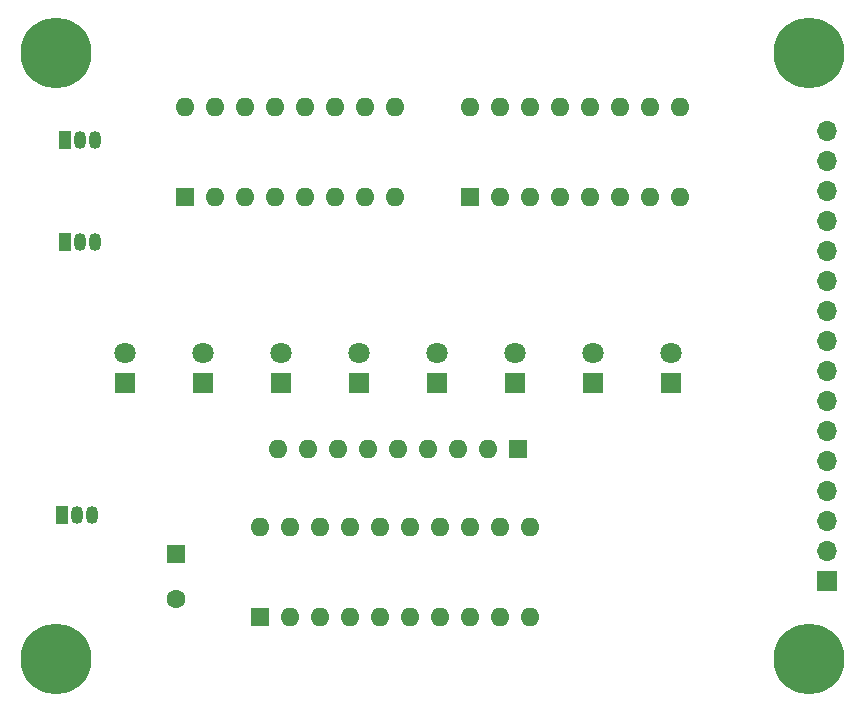
<source format=gbr>
%TF.GenerationSoftware,KiCad,Pcbnew,(5.1.10-1-10_14)*%
%TF.CreationDate,2021-08-01T09:05:42-04:00*%
%TF.ProjectId,COUNTER,434f554e-5445-4522-9e6b-696361645f70,rev?*%
%TF.SameCoordinates,Original*%
%TF.FileFunction,Soldermask,Bot*%
%TF.FilePolarity,Negative*%
%FSLAX46Y46*%
G04 Gerber Fmt 4.6, Leading zero omitted, Abs format (unit mm)*
G04 Created by KiCad (PCBNEW (5.1.10-1-10_14)) date 2021-08-01 09:05:42*
%MOMM*%
%LPD*%
G01*
G04 APERTURE LIST*
%ADD10R,1.700000X1.700000*%
%ADD11O,1.700000X1.700000*%
%ADD12C,1.600000*%
%ADD13R,1.600000X1.600000*%
%ADD14R,1.050000X1.500000*%
%ADD15O,1.050000X1.500000*%
%ADD16O,1.600000X1.600000*%
%ADD17C,1.800000*%
%ADD18R,1.800000X1.800000*%
%ADD19C,0.800000*%
%ADD20C,6.000000*%
G04 APERTURE END LIST*
D10*
%TO.C,J22*%
X148145500Y-74104500D03*
D11*
X148145500Y-71564500D03*
X148145500Y-69024500D03*
X148145500Y-66484500D03*
X148145500Y-63944500D03*
X148145500Y-61404500D03*
X148145500Y-58864500D03*
X148145500Y-56324500D03*
X148145500Y-53784500D03*
X148145500Y-51244500D03*
X148145500Y-48704500D03*
X148145500Y-46164500D03*
X148145500Y-43624500D03*
X148145500Y-41084500D03*
X148145500Y-38544500D03*
X148145500Y-36004500D03*
%TD*%
D12*
%TO.C,C10*%
X93027500Y-75618500D03*
D13*
X93027500Y-71818500D03*
%TD*%
D14*
%TO.C,Q3*%
X83629500Y-45402500D03*
D15*
X86169500Y-45402500D03*
X84899500Y-45402500D03*
%TD*%
D14*
%TO.C,Q2*%
X83375500Y-68516500D03*
D15*
X85915500Y-68516500D03*
X84645500Y-68516500D03*
%TD*%
D14*
%TO.C,Q1*%
X83629500Y-36766500D03*
D15*
X86169500Y-36766500D03*
X84899500Y-36766500D03*
%TD*%
D16*
%TO.C,RN1*%
X101663500Y-62928500D03*
X104203500Y-62928500D03*
X106743500Y-62928500D03*
X109283500Y-62928500D03*
X111823500Y-62928500D03*
X114363500Y-62928500D03*
X116903500Y-62928500D03*
X119443500Y-62928500D03*
D13*
X121983500Y-62928500D03*
%TD*%
D17*
%TO.C,D8*%
X134937500Y-54800500D03*
D18*
X134937500Y-57340500D03*
%TD*%
D17*
%TO.C,D7*%
X128333500Y-54800500D03*
D18*
X128333500Y-57340500D03*
%TD*%
D17*
%TO.C,D6*%
X121729500Y-54800500D03*
D18*
X121729500Y-57340500D03*
%TD*%
D17*
%TO.C,D5*%
X115125500Y-54800500D03*
D18*
X115125500Y-57340500D03*
%TD*%
D17*
%TO.C,D4*%
X108521500Y-54800500D03*
D18*
X108521500Y-57340500D03*
%TD*%
D17*
%TO.C,D3*%
X101917500Y-54800500D03*
D18*
X101917500Y-57340500D03*
%TD*%
D17*
%TO.C,D2*%
X95313500Y-54800500D03*
D18*
X95313500Y-57340500D03*
%TD*%
D17*
%TO.C,D1*%
X88709500Y-54800500D03*
D18*
X88709500Y-57340500D03*
%TD*%
D19*
%TO.C,REF\u002A\u002A*%
X84458490Y-79117510D03*
X82867500Y-78458500D03*
X81276510Y-79117510D03*
X80617500Y-80708500D03*
X81276510Y-82299490D03*
X82867500Y-82958500D03*
X84458490Y-82299490D03*
X85117500Y-80708500D03*
D20*
X82867500Y-80708500D03*
%TD*%
%TO.C,REF\u002A\u002A*%
X82867500Y-29400500D03*
D19*
X85117500Y-29400500D03*
X84458490Y-30991490D03*
X82867500Y-31650500D03*
X81276510Y-30991490D03*
X80617500Y-29400500D03*
X81276510Y-27809510D03*
X82867500Y-27150500D03*
X84458490Y-27809510D03*
%TD*%
D20*
%TO.C,REF\u002A\u002A*%
X146621500Y-80708500D03*
D19*
X148871500Y-80708500D03*
X148212490Y-82299490D03*
X146621500Y-82958500D03*
X145030510Y-82299490D03*
X144371500Y-80708500D03*
X145030510Y-79117510D03*
X146621500Y-78458500D03*
X148212490Y-79117510D03*
%TD*%
%TO.C,REF\u002A\u002A*%
X148212490Y-27809510D03*
X146621500Y-27150500D03*
X145030510Y-27809510D03*
X144371500Y-29400500D03*
X145030510Y-30991490D03*
X146621500Y-31650500D03*
X148212490Y-30991490D03*
X148871500Y-29400500D03*
D20*
X146621500Y-29400500D03*
%TD*%
D16*
%TO.C,U14*%
X93789500Y-33972500D03*
X111569500Y-41592500D03*
X96329500Y-33972500D03*
X109029500Y-41592500D03*
X98869500Y-33972500D03*
X106489500Y-41592500D03*
X101409500Y-33972500D03*
X103949500Y-41592500D03*
X103949500Y-33972500D03*
X101409500Y-41592500D03*
X106489500Y-33972500D03*
X98869500Y-41592500D03*
X109029500Y-33972500D03*
X96329500Y-41592500D03*
X111569500Y-33972500D03*
D13*
X93789500Y-41592500D03*
%TD*%
D16*
%TO.C,U47*%
X100139500Y-69532500D03*
X122999500Y-77152500D03*
X102679500Y-69532500D03*
X120459500Y-77152500D03*
X105219500Y-69532500D03*
X117919500Y-77152500D03*
X107759500Y-69532500D03*
X115379500Y-77152500D03*
X110299500Y-69532500D03*
X112839500Y-77152500D03*
X112839500Y-69532500D03*
X110299500Y-77152500D03*
X115379500Y-69532500D03*
X107759500Y-77152500D03*
X117919500Y-69532500D03*
X105219500Y-77152500D03*
X120459500Y-69532500D03*
X102679500Y-77152500D03*
X122999500Y-69532500D03*
D13*
X100139500Y-77152500D03*
%TD*%
D16*
%TO.C,U12*%
X117919500Y-33972500D03*
X135699500Y-41592500D03*
X120459500Y-33972500D03*
X133159500Y-41592500D03*
X122999500Y-33972500D03*
X130619500Y-41592500D03*
X125539500Y-33972500D03*
X128079500Y-41592500D03*
X128079500Y-33972500D03*
X125539500Y-41592500D03*
X130619500Y-33972500D03*
X122999500Y-41592500D03*
X133159500Y-33972500D03*
X120459500Y-41592500D03*
X135699500Y-33972500D03*
D13*
X117919500Y-41592500D03*
%TD*%
M02*

</source>
